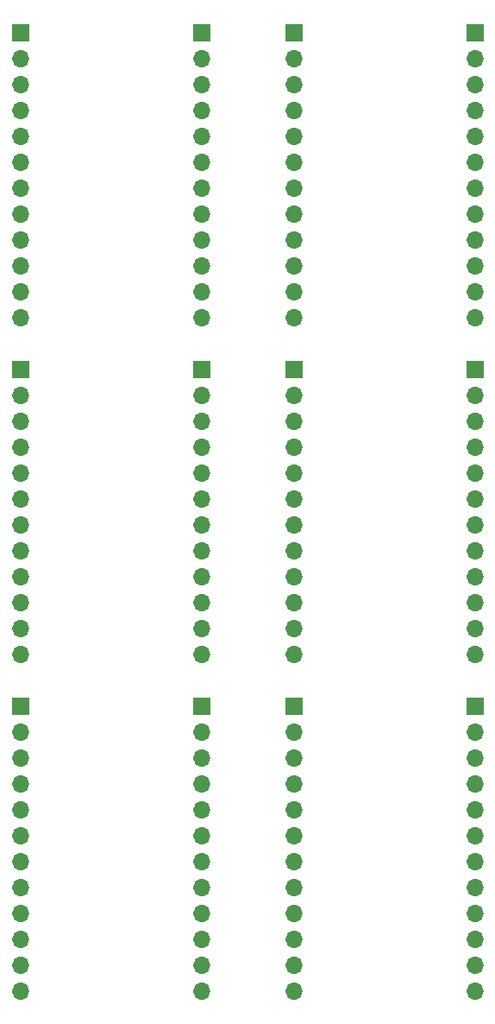
<source format=gbr>
%TF.GenerationSoftware,KiCad,Pcbnew,(6.0.0)*%
%TF.CreationDate,2022-01-18T21:24:02-05:00*%
%TF.ProjectId,WSOIC-24_7.5mm PANEL,57534f49-432d-4323-945f-372e356d6d20,rev?*%
%TF.SameCoordinates,Original*%
%TF.FileFunction,Copper,L2,Bot*%
%TF.FilePolarity,Positive*%
%FSLAX46Y46*%
G04 Gerber Fmt 4.6, Leading zero omitted, Abs format (unit mm)*
G04 Created by KiCad (PCBNEW (6.0.0)) date 2022-01-18 21:24:02*
%MOMM*%
%LPD*%
G01*
G04 APERTURE LIST*
%TA.AperFunction,ComponentPad*%
%ADD10R,1.700000X1.700000*%
%TD*%
%TA.AperFunction,ComponentPad*%
%ADD11O,1.700000X1.700000*%
%TD*%
G04 APERTURE END LIST*
D10*
%TO.P,J2,1,Pin_1*%
%TO.N,Board_3-Net-(J2-Pad1)*%
X85718004Y-69018003D03*
D11*
%TO.P,J2,2,Pin_2*%
%TO.N,Board_3-Net-(J2-Pad2)*%
X85718004Y-71558003D03*
%TO.P,J2,3,Pin_3*%
%TO.N,Board_3-Net-(U1-Pad22)*%
X85718004Y-74098003D03*
%TO.P,J2,4,Pin_4*%
%TO.N,Board_3-Net-(U1-Pad21)*%
X85718004Y-76638003D03*
%TO.P,J2,5,Pin_5*%
%TO.N,Board_3-Net-(U1-Pad20)*%
X85718004Y-79178003D03*
%TO.P,J2,6,Pin_6*%
%TO.N,Board_3-Net-(U1-Pad19)*%
X85718004Y-81718003D03*
%TO.P,J2,7,Pin_7*%
%TO.N,Board_3-Net-(U1-Pad18)*%
X85718004Y-84258003D03*
%TO.P,J2,8,Pin_8*%
%TO.N,Board_3-Net-(U1-Pad17)*%
X85718004Y-86798003D03*
%TO.P,J2,9,Pin_9*%
%TO.N,Board_3-Net-(U1-Pad16)*%
X85718004Y-89338003D03*
%TO.P,J2,10,Pin_10*%
%TO.N,Board_3-Net-(U1-Pad15)*%
X85718004Y-91878003D03*
%TO.P,J2,11,Pin_11*%
%TO.N,Board_3-Net-(U1-Pad14)*%
X85718004Y-94418003D03*
%TO.P,J2,12,Pin_12*%
%TO.N,Board_3-Net-(U1-Pad13)*%
X85718004Y-96958003D03*
%TD*%
D10*
%TO.P,J2,1,Pin_1*%
%TO.N,Board_2-Net-(J2-Pad1)*%
X58889997Y-69018003D03*
D11*
%TO.P,J2,2,Pin_2*%
%TO.N,Board_2-Net-(J2-Pad2)*%
X58889997Y-71558003D03*
%TO.P,J2,3,Pin_3*%
%TO.N,Board_2-Net-(U1-Pad22)*%
X58889997Y-74098003D03*
%TO.P,J2,4,Pin_4*%
%TO.N,Board_2-Net-(U1-Pad21)*%
X58889997Y-76638003D03*
%TO.P,J2,5,Pin_5*%
%TO.N,Board_2-Net-(U1-Pad20)*%
X58889997Y-79178003D03*
%TO.P,J2,6,Pin_6*%
%TO.N,Board_2-Net-(U1-Pad19)*%
X58889997Y-81718003D03*
%TO.P,J2,7,Pin_7*%
%TO.N,Board_2-Net-(U1-Pad18)*%
X58889997Y-84258003D03*
%TO.P,J2,8,Pin_8*%
%TO.N,Board_2-Net-(U1-Pad17)*%
X58889997Y-86798003D03*
%TO.P,J2,9,Pin_9*%
%TO.N,Board_2-Net-(U1-Pad16)*%
X58889997Y-89338003D03*
%TO.P,J2,10,Pin_10*%
%TO.N,Board_2-Net-(U1-Pad15)*%
X58889997Y-91878003D03*
%TO.P,J2,11,Pin_11*%
%TO.N,Board_2-Net-(U1-Pad14)*%
X58889997Y-94418003D03*
%TO.P,J2,12,Pin_12*%
%TO.N,Board_2-Net-(U1-Pad13)*%
X58889997Y-96958003D03*
%TD*%
D10*
%TO.P,J1,1,Pin_1*%
%TO.N,Board_0-Net-(J1-Pad1)*%
X41109997Y-36029998D03*
D11*
%TO.P,J1,2,Pin_2*%
%TO.N,Board_0-Net-(J1-Pad2)*%
X41109997Y-38569998D03*
%TO.P,J1,3,Pin_3*%
%TO.N,Board_0-Net-(J1-Pad3)*%
X41109997Y-41109998D03*
%TO.P,J1,4,Pin_4*%
%TO.N,Board_0-Net-(J1-Pad4)*%
X41109997Y-43649998D03*
%TO.P,J1,5,Pin_5*%
%TO.N,Board_0-Net-(J1-Pad5)*%
X41109997Y-46189998D03*
%TO.P,J1,6,Pin_6*%
%TO.N,Board_0-Net-(J1-Pad6)*%
X41109997Y-48729998D03*
%TO.P,J1,7,Pin_7*%
%TO.N,Board_0-Net-(J1-Pad7)*%
X41109997Y-51269998D03*
%TO.P,J1,8,Pin_8*%
%TO.N,Board_0-Net-(J1-Pad8)*%
X41109997Y-53809998D03*
%TO.P,J1,9,Pin_9*%
%TO.N,Board_0-Net-(J1-Pad9)*%
X41109997Y-56349998D03*
%TO.P,J1,10,Pin_10*%
%TO.N,Board_0-Net-(J1-Pad10)*%
X41109997Y-58889998D03*
%TO.P,J1,11,Pin_11*%
%TO.N,Board_0-Net-(J1-Pad11)*%
X41109997Y-61429998D03*
%TO.P,J1,12,Pin_12*%
%TO.N,Board_0-Net-(J1-Pad12)*%
X41109997Y-63969998D03*
%TD*%
D10*
%TO.P,J2,1,Pin_1*%
%TO.N,Board_5-Net-(J2-Pad1)*%
X85718004Y-102006008D03*
D11*
%TO.P,J2,2,Pin_2*%
%TO.N,Board_5-Net-(J2-Pad2)*%
X85718004Y-104546008D03*
%TO.P,J2,3,Pin_3*%
%TO.N,Board_5-Net-(U1-Pad22)*%
X85718004Y-107086008D03*
%TO.P,J2,4,Pin_4*%
%TO.N,Board_5-Net-(U1-Pad21)*%
X85718004Y-109626008D03*
%TO.P,J2,5,Pin_5*%
%TO.N,Board_5-Net-(U1-Pad20)*%
X85718004Y-112166008D03*
%TO.P,J2,6,Pin_6*%
%TO.N,Board_5-Net-(U1-Pad19)*%
X85718004Y-114706008D03*
%TO.P,J2,7,Pin_7*%
%TO.N,Board_5-Net-(U1-Pad18)*%
X85718004Y-117246008D03*
%TO.P,J2,8,Pin_8*%
%TO.N,Board_5-Net-(U1-Pad17)*%
X85718004Y-119786008D03*
%TO.P,J2,9,Pin_9*%
%TO.N,Board_5-Net-(U1-Pad16)*%
X85718004Y-122326008D03*
%TO.P,J2,10,Pin_10*%
%TO.N,Board_5-Net-(U1-Pad15)*%
X85718004Y-124866008D03*
%TO.P,J2,11,Pin_11*%
%TO.N,Board_5-Net-(U1-Pad14)*%
X85718004Y-127406008D03*
%TO.P,J2,12,Pin_12*%
%TO.N,Board_5-Net-(U1-Pad13)*%
X85718004Y-129946008D03*
%TD*%
D10*
%TO.P,J2,1,Pin_1*%
%TO.N,Board_4-Net-(J2-Pad1)*%
X58889997Y-102006008D03*
D11*
%TO.P,J2,2,Pin_2*%
%TO.N,Board_4-Net-(J2-Pad2)*%
X58889997Y-104546008D03*
%TO.P,J2,3,Pin_3*%
%TO.N,Board_4-Net-(U1-Pad22)*%
X58889997Y-107086008D03*
%TO.P,J2,4,Pin_4*%
%TO.N,Board_4-Net-(U1-Pad21)*%
X58889997Y-109626008D03*
%TO.P,J2,5,Pin_5*%
%TO.N,Board_4-Net-(U1-Pad20)*%
X58889997Y-112166008D03*
%TO.P,J2,6,Pin_6*%
%TO.N,Board_4-Net-(U1-Pad19)*%
X58889997Y-114706008D03*
%TO.P,J2,7,Pin_7*%
%TO.N,Board_4-Net-(U1-Pad18)*%
X58889997Y-117246008D03*
%TO.P,J2,8,Pin_8*%
%TO.N,Board_4-Net-(U1-Pad17)*%
X58889997Y-119786008D03*
%TO.P,J2,9,Pin_9*%
%TO.N,Board_4-Net-(U1-Pad16)*%
X58889997Y-122326008D03*
%TO.P,J2,10,Pin_10*%
%TO.N,Board_4-Net-(U1-Pad15)*%
X58889997Y-124866008D03*
%TO.P,J2,11,Pin_11*%
%TO.N,Board_4-Net-(U1-Pad14)*%
X58889997Y-127406008D03*
%TO.P,J2,12,Pin_12*%
%TO.N,Board_4-Net-(U1-Pad13)*%
X58889997Y-129946008D03*
%TD*%
D10*
%TO.P,J1,1,Pin_1*%
%TO.N,Board_2-Net-(J1-Pad1)*%
X41109997Y-69018003D03*
D11*
%TO.P,J1,2,Pin_2*%
%TO.N,Board_2-Net-(J1-Pad2)*%
X41109997Y-71558003D03*
%TO.P,J1,3,Pin_3*%
%TO.N,Board_2-Net-(J1-Pad3)*%
X41109997Y-74098003D03*
%TO.P,J1,4,Pin_4*%
%TO.N,Board_2-Net-(J1-Pad4)*%
X41109997Y-76638003D03*
%TO.P,J1,5,Pin_5*%
%TO.N,Board_2-Net-(J1-Pad5)*%
X41109997Y-79178003D03*
%TO.P,J1,6,Pin_6*%
%TO.N,Board_2-Net-(J1-Pad6)*%
X41109997Y-81718003D03*
%TO.P,J1,7,Pin_7*%
%TO.N,Board_2-Net-(J1-Pad7)*%
X41109997Y-84258003D03*
%TO.P,J1,8,Pin_8*%
%TO.N,Board_2-Net-(J1-Pad8)*%
X41109997Y-86798003D03*
%TO.P,J1,9,Pin_9*%
%TO.N,Board_2-Net-(J1-Pad9)*%
X41109997Y-89338003D03*
%TO.P,J1,10,Pin_10*%
%TO.N,Board_2-Net-(J1-Pad10)*%
X41109997Y-91878003D03*
%TO.P,J1,11,Pin_11*%
%TO.N,Board_2-Net-(J1-Pad11)*%
X41109997Y-94418003D03*
%TO.P,J1,12,Pin_12*%
%TO.N,Board_2-Net-(J1-Pad12)*%
X41109997Y-96958003D03*
%TD*%
D10*
%TO.P,J1,1,Pin_1*%
%TO.N,Board_4-Net-(J1-Pad1)*%
X41109997Y-102006008D03*
D11*
%TO.P,J1,2,Pin_2*%
%TO.N,Board_4-Net-(J1-Pad2)*%
X41109997Y-104546008D03*
%TO.P,J1,3,Pin_3*%
%TO.N,Board_4-Net-(J1-Pad3)*%
X41109997Y-107086008D03*
%TO.P,J1,4,Pin_4*%
%TO.N,Board_4-Net-(J1-Pad4)*%
X41109997Y-109626008D03*
%TO.P,J1,5,Pin_5*%
%TO.N,Board_4-Net-(J1-Pad5)*%
X41109997Y-112166008D03*
%TO.P,J1,6,Pin_6*%
%TO.N,Board_4-Net-(J1-Pad6)*%
X41109997Y-114706008D03*
%TO.P,J1,7,Pin_7*%
%TO.N,Board_4-Net-(J1-Pad7)*%
X41109997Y-117246008D03*
%TO.P,J1,8,Pin_8*%
%TO.N,Board_4-Net-(J1-Pad8)*%
X41109997Y-119786008D03*
%TO.P,J1,9,Pin_9*%
%TO.N,Board_4-Net-(J1-Pad9)*%
X41109997Y-122326008D03*
%TO.P,J1,10,Pin_10*%
%TO.N,Board_4-Net-(J1-Pad10)*%
X41109997Y-124866008D03*
%TO.P,J1,11,Pin_11*%
%TO.N,Board_4-Net-(J1-Pad11)*%
X41109997Y-127406008D03*
%TO.P,J1,12,Pin_12*%
%TO.N,Board_4-Net-(J1-Pad12)*%
X41109997Y-129946008D03*
%TD*%
D10*
%TO.P,J2,1,Pin_1*%
%TO.N,Board_1-Net-(J2-Pad1)*%
X85718004Y-36029998D03*
D11*
%TO.P,J2,2,Pin_2*%
%TO.N,Board_1-Net-(J2-Pad2)*%
X85718004Y-38569998D03*
%TO.P,J2,3,Pin_3*%
%TO.N,Board_1-Net-(U1-Pad22)*%
X85718004Y-41109998D03*
%TO.P,J2,4,Pin_4*%
%TO.N,Board_1-Net-(U1-Pad21)*%
X85718004Y-43649998D03*
%TO.P,J2,5,Pin_5*%
%TO.N,Board_1-Net-(U1-Pad20)*%
X85718004Y-46189998D03*
%TO.P,J2,6,Pin_6*%
%TO.N,Board_1-Net-(U1-Pad19)*%
X85718004Y-48729998D03*
%TO.P,J2,7,Pin_7*%
%TO.N,Board_1-Net-(U1-Pad18)*%
X85718004Y-51269998D03*
%TO.P,J2,8,Pin_8*%
%TO.N,Board_1-Net-(U1-Pad17)*%
X85718004Y-53809998D03*
%TO.P,J2,9,Pin_9*%
%TO.N,Board_1-Net-(U1-Pad16)*%
X85718004Y-56349998D03*
%TO.P,J2,10,Pin_10*%
%TO.N,Board_1-Net-(U1-Pad15)*%
X85718004Y-58889998D03*
%TO.P,J2,11,Pin_11*%
%TO.N,Board_1-Net-(U1-Pad14)*%
X85718004Y-61429998D03*
%TO.P,J2,12,Pin_12*%
%TO.N,Board_1-Net-(U1-Pad13)*%
X85718004Y-63969998D03*
%TD*%
D10*
%TO.P,J1,1,Pin_1*%
%TO.N,Board_1-Net-(J1-Pad1)*%
X67938004Y-36029998D03*
D11*
%TO.P,J1,2,Pin_2*%
%TO.N,Board_1-Net-(J1-Pad2)*%
X67938004Y-38569998D03*
%TO.P,J1,3,Pin_3*%
%TO.N,Board_1-Net-(J1-Pad3)*%
X67938004Y-41109998D03*
%TO.P,J1,4,Pin_4*%
%TO.N,Board_1-Net-(J1-Pad4)*%
X67938004Y-43649998D03*
%TO.P,J1,5,Pin_5*%
%TO.N,Board_1-Net-(J1-Pad5)*%
X67938004Y-46189998D03*
%TO.P,J1,6,Pin_6*%
%TO.N,Board_1-Net-(J1-Pad6)*%
X67938004Y-48729998D03*
%TO.P,J1,7,Pin_7*%
%TO.N,Board_1-Net-(J1-Pad7)*%
X67938004Y-51269998D03*
%TO.P,J1,8,Pin_8*%
%TO.N,Board_1-Net-(J1-Pad8)*%
X67938004Y-53809998D03*
%TO.P,J1,9,Pin_9*%
%TO.N,Board_1-Net-(J1-Pad9)*%
X67938004Y-56349998D03*
%TO.P,J1,10,Pin_10*%
%TO.N,Board_1-Net-(J1-Pad10)*%
X67938004Y-58889998D03*
%TO.P,J1,11,Pin_11*%
%TO.N,Board_1-Net-(J1-Pad11)*%
X67938004Y-61429998D03*
%TO.P,J1,12,Pin_12*%
%TO.N,Board_1-Net-(J1-Pad12)*%
X67938004Y-63969998D03*
%TD*%
D10*
%TO.P,J1,1,Pin_1*%
%TO.N,Board_5-Net-(J1-Pad1)*%
X67938004Y-102006008D03*
D11*
%TO.P,J1,2,Pin_2*%
%TO.N,Board_5-Net-(J1-Pad2)*%
X67938004Y-104546008D03*
%TO.P,J1,3,Pin_3*%
%TO.N,Board_5-Net-(J1-Pad3)*%
X67938004Y-107086008D03*
%TO.P,J1,4,Pin_4*%
%TO.N,Board_5-Net-(J1-Pad4)*%
X67938004Y-109626008D03*
%TO.P,J1,5,Pin_5*%
%TO.N,Board_5-Net-(J1-Pad5)*%
X67938004Y-112166008D03*
%TO.P,J1,6,Pin_6*%
%TO.N,Board_5-Net-(J1-Pad6)*%
X67938004Y-114706008D03*
%TO.P,J1,7,Pin_7*%
%TO.N,Board_5-Net-(J1-Pad7)*%
X67938004Y-117246008D03*
%TO.P,J1,8,Pin_8*%
%TO.N,Board_5-Net-(J1-Pad8)*%
X67938004Y-119786008D03*
%TO.P,J1,9,Pin_9*%
%TO.N,Board_5-Net-(J1-Pad9)*%
X67938004Y-122326008D03*
%TO.P,J1,10,Pin_10*%
%TO.N,Board_5-Net-(J1-Pad10)*%
X67938004Y-124866008D03*
%TO.P,J1,11,Pin_11*%
%TO.N,Board_5-Net-(J1-Pad11)*%
X67938004Y-127406008D03*
%TO.P,J1,12,Pin_12*%
%TO.N,Board_5-Net-(J1-Pad12)*%
X67938004Y-129946008D03*
%TD*%
D10*
%TO.P,J1,1,Pin_1*%
%TO.N,Board_3-Net-(J1-Pad1)*%
X67938004Y-69018003D03*
D11*
%TO.P,J1,2,Pin_2*%
%TO.N,Board_3-Net-(J1-Pad2)*%
X67938004Y-71558003D03*
%TO.P,J1,3,Pin_3*%
%TO.N,Board_3-Net-(J1-Pad3)*%
X67938004Y-74098003D03*
%TO.P,J1,4,Pin_4*%
%TO.N,Board_3-Net-(J1-Pad4)*%
X67938004Y-76638003D03*
%TO.P,J1,5,Pin_5*%
%TO.N,Board_3-Net-(J1-Pad5)*%
X67938004Y-79178003D03*
%TO.P,J1,6,Pin_6*%
%TO.N,Board_3-Net-(J1-Pad6)*%
X67938004Y-81718003D03*
%TO.P,J1,7,Pin_7*%
%TO.N,Board_3-Net-(J1-Pad7)*%
X67938004Y-84258003D03*
%TO.P,J1,8,Pin_8*%
%TO.N,Board_3-Net-(J1-Pad8)*%
X67938004Y-86798003D03*
%TO.P,J1,9,Pin_9*%
%TO.N,Board_3-Net-(J1-Pad9)*%
X67938004Y-89338003D03*
%TO.P,J1,10,Pin_10*%
%TO.N,Board_3-Net-(J1-Pad10)*%
X67938004Y-91878003D03*
%TO.P,J1,11,Pin_11*%
%TO.N,Board_3-Net-(J1-Pad11)*%
X67938004Y-94418003D03*
%TO.P,J1,12,Pin_12*%
%TO.N,Board_3-Net-(J1-Pad12)*%
X67938004Y-96958003D03*
%TD*%
D10*
%TO.P,J2,1,Pin_1*%
%TO.N,Board_0-Net-(J2-Pad1)*%
X58889997Y-36029998D03*
D11*
%TO.P,J2,2,Pin_2*%
%TO.N,Board_0-Net-(J2-Pad2)*%
X58889997Y-38569998D03*
%TO.P,J2,3,Pin_3*%
%TO.N,Board_0-Net-(U1-Pad22)*%
X58889997Y-41109998D03*
%TO.P,J2,4,Pin_4*%
%TO.N,Board_0-Net-(U1-Pad21)*%
X58889997Y-43649998D03*
%TO.P,J2,5,Pin_5*%
%TO.N,Board_0-Net-(U1-Pad20)*%
X58889997Y-46189998D03*
%TO.P,J2,6,Pin_6*%
%TO.N,Board_0-Net-(U1-Pad19)*%
X58889997Y-48729998D03*
%TO.P,J2,7,Pin_7*%
%TO.N,Board_0-Net-(U1-Pad18)*%
X58889997Y-51269998D03*
%TO.P,J2,8,Pin_8*%
%TO.N,Board_0-Net-(U1-Pad17)*%
X58889997Y-53809998D03*
%TO.P,J2,9,Pin_9*%
%TO.N,Board_0-Net-(U1-Pad16)*%
X58889997Y-56349998D03*
%TO.P,J2,10,Pin_10*%
%TO.N,Board_0-Net-(U1-Pad15)*%
X58889997Y-58889998D03*
%TO.P,J2,11,Pin_11*%
%TO.N,Board_0-Net-(U1-Pad14)*%
X58889997Y-61429998D03*
%TO.P,J2,12,Pin_12*%
%TO.N,Board_0-Net-(U1-Pad13)*%
X58889997Y-63969998D03*
%TD*%
M02*

</source>
